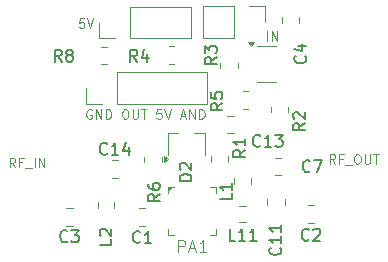
<source format=gbr>
%TF.GenerationSoftware,KiCad,Pcbnew,8.0.8*%
%TF.CreationDate,2025-02-12T11:28:01-05:00*%
%TF.ProjectId,pa-test-board,70612d74-6573-4742-9d62-6f6172642e6b,rev?*%
%TF.SameCoordinates,Original*%
%TF.FileFunction,Legend,Top*%
%TF.FilePolarity,Positive*%
%FSLAX46Y46*%
G04 Gerber Fmt 4.6, Leading zero omitted, Abs format (unit mm)*
G04 Created by KiCad (PCBNEW 8.0.8) date 2025-02-12 11:28:01*
%MOMM*%
%LPD*%
G01*
G04 APERTURE LIST*
%ADD10C,0.100000*%
%ADD11C,0.150000*%
%ADD12C,0.120000*%
%ADD13C,0.200000*%
G04 APERTURE END LIST*
D10*
X141437217Y-94596895D02*
X141056265Y-94596895D01*
X141056265Y-94596895D02*
X141018169Y-94977847D01*
X141018169Y-94977847D02*
X141056265Y-94939752D01*
X141056265Y-94939752D02*
X141132455Y-94901657D01*
X141132455Y-94901657D02*
X141322931Y-94901657D01*
X141322931Y-94901657D02*
X141399122Y-94939752D01*
X141399122Y-94939752D02*
X141437217Y-94977847D01*
X141437217Y-94977847D02*
X141475312Y-95054038D01*
X141475312Y-95054038D02*
X141475312Y-95244514D01*
X141475312Y-95244514D02*
X141437217Y-95320704D01*
X141437217Y-95320704D02*
X141399122Y-95358800D01*
X141399122Y-95358800D02*
X141322931Y-95396895D01*
X141322931Y-95396895D02*
X141132455Y-95396895D01*
X141132455Y-95396895D02*
X141056265Y-95358800D01*
X141056265Y-95358800D02*
X141018169Y-95320704D01*
X141703884Y-94596895D02*
X141970551Y-95396895D01*
X141970551Y-95396895D02*
X142237217Y-94596895D01*
X135613408Y-107196895D02*
X135346741Y-106815942D01*
X135156265Y-107196895D02*
X135156265Y-106396895D01*
X135156265Y-106396895D02*
X135461027Y-106396895D01*
X135461027Y-106396895D02*
X135537217Y-106434990D01*
X135537217Y-106434990D02*
X135575312Y-106473085D01*
X135575312Y-106473085D02*
X135613408Y-106549276D01*
X135613408Y-106549276D02*
X135613408Y-106663561D01*
X135613408Y-106663561D02*
X135575312Y-106739752D01*
X135575312Y-106739752D02*
X135537217Y-106777847D01*
X135537217Y-106777847D02*
X135461027Y-106815942D01*
X135461027Y-106815942D02*
X135156265Y-106815942D01*
X136222931Y-106777847D02*
X135956265Y-106777847D01*
X135956265Y-107196895D02*
X135956265Y-106396895D01*
X135956265Y-106396895D02*
X136337217Y-106396895D01*
X136451503Y-107273085D02*
X137061026Y-107273085D01*
X137251503Y-107196895D02*
X137251503Y-106396895D01*
X137632455Y-107196895D02*
X137632455Y-106396895D01*
X137632455Y-106396895D02*
X138089598Y-107196895D01*
X138089598Y-107196895D02*
X138089598Y-106396895D01*
X156956265Y-96496895D02*
X156956265Y-95696895D01*
X157337217Y-96496895D02*
X157337217Y-95696895D01*
X157337217Y-95696895D02*
X157794360Y-96496895D01*
X157794360Y-96496895D02*
X157794360Y-95696895D01*
X162713408Y-106896895D02*
X162446741Y-106515942D01*
X162256265Y-106896895D02*
X162256265Y-106096895D01*
X162256265Y-106096895D02*
X162561027Y-106096895D01*
X162561027Y-106096895D02*
X162637217Y-106134990D01*
X162637217Y-106134990D02*
X162675312Y-106173085D01*
X162675312Y-106173085D02*
X162713408Y-106249276D01*
X162713408Y-106249276D02*
X162713408Y-106363561D01*
X162713408Y-106363561D02*
X162675312Y-106439752D01*
X162675312Y-106439752D02*
X162637217Y-106477847D01*
X162637217Y-106477847D02*
X162561027Y-106515942D01*
X162561027Y-106515942D02*
X162256265Y-106515942D01*
X163322931Y-106477847D02*
X163056265Y-106477847D01*
X163056265Y-106896895D02*
X163056265Y-106096895D01*
X163056265Y-106096895D02*
X163437217Y-106096895D01*
X163551503Y-106973085D02*
X164161026Y-106973085D01*
X164503884Y-106096895D02*
X164656265Y-106096895D01*
X164656265Y-106096895D02*
X164732455Y-106134990D01*
X164732455Y-106134990D02*
X164808646Y-106211180D01*
X164808646Y-106211180D02*
X164846741Y-106363561D01*
X164846741Y-106363561D02*
X164846741Y-106630228D01*
X164846741Y-106630228D02*
X164808646Y-106782609D01*
X164808646Y-106782609D02*
X164732455Y-106858800D01*
X164732455Y-106858800D02*
X164656265Y-106896895D01*
X164656265Y-106896895D02*
X164503884Y-106896895D01*
X164503884Y-106896895D02*
X164427693Y-106858800D01*
X164427693Y-106858800D02*
X164351503Y-106782609D01*
X164351503Y-106782609D02*
X164313407Y-106630228D01*
X164313407Y-106630228D02*
X164313407Y-106363561D01*
X164313407Y-106363561D02*
X164351503Y-106211180D01*
X164351503Y-106211180D02*
X164427693Y-106134990D01*
X164427693Y-106134990D02*
X164503884Y-106096895D01*
X165189598Y-106096895D02*
X165189598Y-106744514D01*
X165189598Y-106744514D02*
X165227693Y-106820704D01*
X165227693Y-106820704D02*
X165265788Y-106858800D01*
X165265788Y-106858800D02*
X165341979Y-106896895D01*
X165341979Y-106896895D02*
X165494360Y-106896895D01*
X165494360Y-106896895D02*
X165570550Y-106858800D01*
X165570550Y-106858800D02*
X165608645Y-106820704D01*
X165608645Y-106820704D02*
X165646741Y-106744514D01*
X165646741Y-106744514D02*
X165646741Y-106096895D01*
X165913407Y-106096895D02*
X166370550Y-106096895D01*
X166141978Y-106896895D02*
X166141978Y-106096895D01*
X142075312Y-102334990D02*
X141999122Y-102296895D01*
X141999122Y-102296895D02*
X141884836Y-102296895D01*
X141884836Y-102296895D02*
X141770550Y-102334990D01*
X141770550Y-102334990D02*
X141694360Y-102411180D01*
X141694360Y-102411180D02*
X141656265Y-102487371D01*
X141656265Y-102487371D02*
X141618169Y-102639752D01*
X141618169Y-102639752D02*
X141618169Y-102754038D01*
X141618169Y-102754038D02*
X141656265Y-102906419D01*
X141656265Y-102906419D02*
X141694360Y-102982609D01*
X141694360Y-102982609D02*
X141770550Y-103058800D01*
X141770550Y-103058800D02*
X141884836Y-103096895D01*
X141884836Y-103096895D02*
X141961027Y-103096895D01*
X141961027Y-103096895D02*
X142075312Y-103058800D01*
X142075312Y-103058800D02*
X142113408Y-103020704D01*
X142113408Y-103020704D02*
X142113408Y-102754038D01*
X142113408Y-102754038D02*
X141961027Y-102754038D01*
X142456265Y-103096895D02*
X142456265Y-102296895D01*
X142456265Y-102296895D02*
X142913408Y-103096895D01*
X142913408Y-103096895D02*
X142913408Y-102296895D01*
X143294360Y-103096895D02*
X143294360Y-102296895D01*
X143294360Y-102296895D02*
X143484836Y-102296895D01*
X143484836Y-102296895D02*
X143599122Y-102334990D01*
X143599122Y-102334990D02*
X143675312Y-102411180D01*
X143675312Y-102411180D02*
X143713407Y-102487371D01*
X143713407Y-102487371D02*
X143751503Y-102639752D01*
X143751503Y-102639752D02*
X143751503Y-102754038D01*
X143751503Y-102754038D02*
X143713407Y-102906419D01*
X143713407Y-102906419D02*
X143675312Y-102982609D01*
X143675312Y-102982609D02*
X143599122Y-103058800D01*
X143599122Y-103058800D02*
X143484836Y-103096895D01*
X143484836Y-103096895D02*
X143294360Y-103096895D01*
X144856265Y-102296895D02*
X145008646Y-102296895D01*
X145008646Y-102296895D02*
X145084836Y-102334990D01*
X145084836Y-102334990D02*
X145161027Y-102411180D01*
X145161027Y-102411180D02*
X145199122Y-102563561D01*
X145199122Y-102563561D02*
X145199122Y-102830228D01*
X145199122Y-102830228D02*
X145161027Y-102982609D01*
X145161027Y-102982609D02*
X145084836Y-103058800D01*
X145084836Y-103058800D02*
X145008646Y-103096895D01*
X145008646Y-103096895D02*
X144856265Y-103096895D01*
X144856265Y-103096895D02*
X144780074Y-103058800D01*
X144780074Y-103058800D02*
X144703884Y-102982609D01*
X144703884Y-102982609D02*
X144665788Y-102830228D01*
X144665788Y-102830228D02*
X144665788Y-102563561D01*
X144665788Y-102563561D02*
X144703884Y-102411180D01*
X144703884Y-102411180D02*
X144780074Y-102334990D01*
X144780074Y-102334990D02*
X144856265Y-102296895D01*
X145541979Y-102296895D02*
X145541979Y-102944514D01*
X145541979Y-102944514D02*
X145580074Y-103020704D01*
X145580074Y-103020704D02*
X145618169Y-103058800D01*
X145618169Y-103058800D02*
X145694360Y-103096895D01*
X145694360Y-103096895D02*
X145846741Y-103096895D01*
X145846741Y-103096895D02*
X145922931Y-103058800D01*
X145922931Y-103058800D02*
X145961026Y-103020704D01*
X145961026Y-103020704D02*
X145999122Y-102944514D01*
X145999122Y-102944514D02*
X145999122Y-102296895D01*
X146265788Y-102296895D02*
X146722931Y-102296895D01*
X146494359Y-103096895D02*
X146494359Y-102296895D01*
X147980074Y-102296895D02*
X147599122Y-102296895D01*
X147599122Y-102296895D02*
X147561026Y-102677847D01*
X147561026Y-102677847D02*
X147599122Y-102639752D01*
X147599122Y-102639752D02*
X147675312Y-102601657D01*
X147675312Y-102601657D02*
X147865788Y-102601657D01*
X147865788Y-102601657D02*
X147941979Y-102639752D01*
X147941979Y-102639752D02*
X147980074Y-102677847D01*
X147980074Y-102677847D02*
X148018169Y-102754038D01*
X148018169Y-102754038D02*
X148018169Y-102944514D01*
X148018169Y-102944514D02*
X147980074Y-103020704D01*
X147980074Y-103020704D02*
X147941979Y-103058800D01*
X147941979Y-103058800D02*
X147865788Y-103096895D01*
X147865788Y-103096895D02*
X147675312Y-103096895D01*
X147675312Y-103096895D02*
X147599122Y-103058800D01*
X147599122Y-103058800D02*
X147561026Y-103020704D01*
X148246741Y-102296895D02*
X148513408Y-103096895D01*
X148513408Y-103096895D02*
X148780074Y-102296895D01*
X149618169Y-102868323D02*
X149999122Y-102868323D01*
X149541979Y-103096895D02*
X149808646Y-102296895D01*
X149808646Y-102296895D02*
X150075312Y-103096895D01*
X150341979Y-103096895D02*
X150341979Y-102296895D01*
X150341979Y-102296895D02*
X150799122Y-103096895D01*
X150799122Y-103096895D02*
X150799122Y-102296895D01*
X151180074Y-103096895D02*
X151180074Y-102296895D01*
X151180074Y-102296895D02*
X151370550Y-102296895D01*
X151370550Y-102296895D02*
X151484836Y-102334990D01*
X151484836Y-102334990D02*
X151561026Y-102411180D01*
X151561026Y-102411180D02*
X151599121Y-102487371D01*
X151599121Y-102487371D02*
X151637217Y-102639752D01*
X151637217Y-102639752D02*
X151637217Y-102754038D01*
X151637217Y-102754038D02*
X151599121Y-102906419D01*
X151599121Y-102906419D02*
X151561026Y-102982609D01*
X151561026Y-102982609D02*
X151484836Y-103058800D01*
X151484836Y-103058800D02*
X151370550Y-103096895D01*
X151370550Y-103096895D02*
X151180074Y-103096895D01*
D11*
X156357142Y-105359580D02*
X156309523Y-105407200D01*
X156309523Y-105407200D02*
X156166666Y-105454819D01*
X156166666Y-105454819D02*
X156071428Y-105454819D01*
X156071428Y-105454819D02*
X155928571Y-105407200D01*
X155928571Y-105407200D02*
X155833333Y-105311961D01*
X155833333Y-105311961D02*
X155785714Y-105216723D01*
X155785714Y-105216723D02*
X155738095Y-105026247D01*
X155738095Y-105026247D02*
X155738095Y-104883390D01*
X155738095Y-104883390D02*
X155785714Y-104692914D01*
X155785714Y-104692914D02*
X155833333Y-104597676D01*
X155833333Y-104597676D02*
X155928571Y-104502438D01*
X155928571Y-104502438D02*
X156071428Y-104454819D01*
X156071428Y-104454819D02*
X156166666Y-104454819D01*
X156166666Y-104454819D02*
X156309523Y-104502438D01*
X156309523Y-104502438D02*
X156357142Y-104550057D01*
X157309523Y-105454819D02*
X156738095Y-105454819D01*
X157023809Y-105454819D02*
X157023809Y-104454819D01*
X157023809Y-104454819D02*
X156928571Y-104597676D01*
X156928571Y-104597676D02*
X156833333Y-104692914D01*
X156833333Y-104692914D02*
X156738095Y-104740533D01*
X157642857Y-104454819D02*
X158261904Y-104454819D01*
X158261904Y-104454819D02*
X157928571Y-104835771D01*
X157928571Y-104835771D02*
X158071428Y-104835771D01*
X158071428Y-104835771D02*
X158166666Y-104883390D01*
X158166666Y-104883390D02*
X158214285Y-104931009D01*
X158214285Y-104931009D02*
X158261904Y-105026247D01*
X158261904Y-105026247D02*
X158261904Y-105264342D01*
X158261904Y-105264342D02*
X158214285Y-105359580D01*
X158214285Y-105359580D02*
X158166666Y-105407200D01*
X158166666Y-105407200D02*
X158071428Y-105454819D01*
X158071428Y-105454819D02*
X157785714Y-105454819D01*
X157785714Y-105454819D02*
X157690476Y-105407200D01*
X157690476Y-105407200D02*
X157642857Y-105359580D01*
X152654819Y-97866666D02*
X152178628Y-98199999D01*
X152654819Y-98438094D02*
X151654819Y-98438094D01*
X151654819Y-98438094D02*
X151654819Y-98057142D01*
X151654819Y-98057142D02*
X151702438Y-97961904D01*
X151702438Y-97961904D02*
X151750057Y-97914285D01*
X151750057Y-97914285D02*
X151845295Y-97866666D01*
X151845295Y-97866666D02*
X151988152Y-97866666D01*
X151988152Y-97866666D02*
X152083390Y-97914285D01*
X152083390Y-97914285D02*
X152131009Y-97961904D01*
X152131009Y-97961904D02*
X152178628Y-98057142D01*
X152178628Y-98057142D02*
X152178628Y-98438094D01*
X151654819Y-97533332D02*
X151654819Y-96914285D01*
X151654819Y-96914285D02*
X152035771Y-97247618D01*
X152035771Y-97247618D02*
X152035771Y-97104761D01*
X152035771Y-97104761D02*
X152083390Y-97009523D01*
X152083390Y-97009523D02*
X152131009Y-96961904D01*
X152131009Y-96961904D02*
X152226247Y-96914285D01*
X152226247Y-96914285D02*
X152464342Y-96914285D01*
X152464342Y-96914285D02*
X152559580Y-96961904D01*
X152559580Y-96961904D02*
X152607200Y-97009523D01*
X152607200Y-97009523D02*
X152654819Y-97104761D01*
X152654819Y-97104761D02*
X152654819Y-97390475D01*
X152654819Y-97390475D02*
X152607200Y-97485713D01*
X152607200Y-97485713D02*
X152559580Y-97533332D01*
X153154819Y-101766666D02*
X152678628Y-102099999D01*
X153154819Y-102338094D02*
X152154819Y-102338094D01*
X152154819Y-102338094D02*
X152154819Y-101957142D01*
X152154819Y-101957142D02*
X152202438Y-101861904D01*
X152202438Y-101861904D02*
X152250057Y-101814285D01*
X152250057Y-101814285D02*
X152345295Y-101766666D01*
X152345295Y-101766666D02*
X152488152Y-101766666D01*
X152488152Y-101766666D02*
X152583390Y-101814285D01*
X152583390Y-101814285D02*
X152631009Y-101861904D01*
X152631009Y-101861904D02*
X152678628Y-101957142D01*
X152678628Y-101957142D02*
X152678628Y-102338094D01*
X152154819Y-100861904D02*
X152154819Y-101338094D01*
X152154819Y-101338094D02*
X152631009Y-101385713D01*
X152631009Y-101385713D02*
X152583390Y-101338094D01*
X152583390Y-101338094D02*
X152535771Y-101242856D01*
X152535771Y-101242856D02*
X152535771Y-101004761D01*
X152535771Y-101004761D02*
X152583390Y-100909523D01*
X152583390Y-100909523D02*
X152631009Y-100861904D01*
X152631009Y-100861904D02*
X152726247Y-100814285D01*
X152726247Y-100814285D02*
X152964342Y-100814285D01*
X152964342Y-100814285D02*
X153059580Y-100861904D01*
X153059580Y-100861904D02*
X153107200Y-100909523D01*
X153107200Y-100909523D02*
X153154819Y-101004761D01*
X153154819Y-101004761D02*
X153154819Y-101242856D01*
X153154819Y-101242856D02*
X153107200Y-101338094D01*
X153107200Y-101338094D02*
X153059580Y-101385713D01*
X147854819Y-109466666D02*
X147378628Y-109799999D01*
X147854819Y-110038094D02*
X146854819Y-110038094D01*
X146854819Y-110038094D02*
X146854819Y-109657142D01*
X146854819Y-109657142D02*
X146902438Y-109561904D01*
X146902438Y-109561904D02*
X146950057Y-109514285D01*
X146950057Y-109514285D02*
X147045295Y-109466666D01*
X147045295Y-109466666D02*
X147188152Y-109466666D01*
X147188152Y-109466666D02*
X147283390Y-109514285D01*
X147283390Y-109514285D02*
X147331009Y-109561904D01*
X147331009Y-109561904D02*
X147378628Y-109657142D01*
X147378628Y-109657142D02*
X147378628Y-110038094D01*
X146854819Y-108609523D02*
X146854819Y-108799999D01*
X146854819Y-108799999D02*
X146902438Y-108895237D01*
X146902438Y-108895237D02*
X146950057Y-108942856D01*
X146950057Y-108942856D02*
X147092914Y-109038094D01*
X147092914Y-109038094D02*
X147283390Y-109085713D01*
X147283390Y-109085713D02*
X147664342Y-109085713D01*
X147664342Y-109085713D02*
X147759580Y-109038094D01*
X147759580Y-109038094D02*
X147807200Y-108990475D01*
X147807200Y-108990475D02*
X147854819Y-108895237D01*
X147854819Y-108895237D02*
X147854819Y-108704761D01*
X147854819Y-108704761D02*
X147807200Y-108609523D01*
X147807200Y-108609523D02*
X147759580Y-108561904D01*
X147759580Y-108561904D02*
X147664342Y-108514285D01*
X147664342Y-108514285D02*
X147426247Y-108514285D01*
X147426247Y-108514285D02*
X147331009Y-108561904D01*
X147331009Y-108561904D02*
X147283390Y-108609523D01*
X147283390Y-108609523D02*
X147235771Y-108704761D01*
X147235771Y-108704761D02*
X147235771Y-108895237D01*
X147235771Y-108895237D02*
X147283390Y-108990475D01*
X147283390Y-108990475D02*
X147331009Y-109038094D01*
X147331009Y-109038094D02*
X147426247Y-109085713D01*
X143754819Y-113266666D02*
X143754819Y-113742856D01*
X143754819Y-113742856D02*
X142754819Y-113742856D01*
X142850057Y-112980951D02*
X142802438Y-112933332D01*
X142802438Y-112933332D02*
X142754819Y-112838094D01*
X142754819Y-112838094D02*
X142754819Y-112599999D01*
X142754819Y-112599999D02*
X142802438Y-112504761D01*
X142802438Y-112504761D02*
X142850057Y-112457142D01*
X142850057Y-112457142D02*
X142945295Y-112409523D01*
X142945295Y-112409523D02*
X143040533Y-112409523D01*
X143040533Y-112409523D02*
X143183390Y-112457142D01*
X143183390Y-112457142D02*
X143754819Y-113028570D01*
X143754819Y-113028570D02*
X143754819Y-112409523D01*
X150532269Y-108338094D02*
X149532269Y-108338094D01*
X149532269Y-108338094D02*
X149532269Y-108099999D01*
X149532269Y-108099999D02*
X149579888Y-107957142D01*
X149579888Y-107957142D02*
X149675126Y-107861904D01*
X149675126Y-107861904D02*
X149770364Y-107814285D01*
X149770364Y-107814285D02*
X149960840Y-107766666D01*
X149960840Y-107766666D02*
X150103697Y-107766666D01*
X150103697Y-107766666D02*
X150294173Y-107814285D01*
X150294173Y-107814285D02*
X150389411Y-107861904D01*
X150389411Y-107861904D02*
X150484650Y-107957142D01*
X150484650Y-107957142D02*
X150532269Y-108099999D01*
X150532269Y-108099999D02*
X150532269Y-108338094D01*
X149627507Y-107385713D02*
X149579888Y-107338094D01*
X149579888Y-107338094D02*
X149532269Y-107242856D01*
X149532269Y-107242856D02*
X149532269Y-107004761D01*
X149532269Y-107004761D02*
X149579888Y-106909523D01*
X149579888Y-106909523D02*
X149627507Y-106861904D01*
X149627507Y-106861904D02*
X149722745Y-106814285D01*
X149722745Y-106814285D02*
X149817983Y-106814285D01*
X149817983Y-106814285D02*
X149960840Y-106861904D01*
X149960840Y-106861904D02*
X150532269Y-107433332D01*
X150532269Y-107433332D02*
X150532269Y-106814285D01*
X154234592Y-113404819D02*
X153758402Y-113404819D01*
X153758402Y-113404819D02*
X153758402Y-112404819D01*
X155091735Y-113404819D02*
X154520307Y-113404819D01*
X154806021Y-113404819D02*
X154806021Y-112404819D01*
X154806021Y-112404819D02*
X154710783Y-112547676D01*
X154710783Y-112547676D02*
X154615545Y-112642914D01*
X154615545Y-112642914D02*
X154520307Y-112690533D01*
X156044116Y-113404819D02*
X155472688Y-113404819D01*
X155758402Y-113404819D02*
X155758402Y-112404819D01*
X155758402Y-112404819D02*
X155663164Y-112547676D01*
X155663164Y-112547676D02*
X155567926Y-112642914D01*
X155567926Y-112642914D02*
X155472688Y-112690533D01*
X143397092Y-106029580D02*
X143349473Y-106077200D01*
X143349473Y-106077200D02*
X143206616Y-106124819D01*
X143206616Y-106124819D02*
X143111378Y-106124819D01*
X143111378Y-106124819D02*
X142968521Y-106077200D01*
X142968521Y-106077200D02*
X142873283Y-105981961D01*
X142873283Y-105981961D02*
X142825664Y-105886723D01*
X142825664Y-105886723D02*
X142778045Y-105696247D01*
X142778045Y-105696247D02*
X142778045Y-105553390D01*
X142778045Y-105553390D02*
X142825664Y-105362914D01*
X142825664Y-105362914D02*
X142873283Y-105267676D01*
X142873283Y-105267676D02*
X142968521Y-105172438D01*
X142968521Y-105172438D02*
X143111378Y-105124819D01*
X143111378Y-105124819D02*
X143206616Y-105124819D01*
X143206616Y-105124819D02*
X143349473Y-105172438D01*
X143349473Y-105172438D02*
X143397092Y-105220057D01*
X144349473Y-106124819D02*
X143778045Y-106124819D01*
X144063759Y-106124819D02*
X144063759Y-105124819D01*
X144063759Y-105124819D02*
X143968521Y-105267676D01*
X143968521Y-105267676D02*
X143873283Y-105362914D01*
X143873283Y-105362914D02*
X143778045Y-105410533D01*
X145206616Y-105458152D02*
X145206616Y-106124819D01*
X144968521Y-105077200D02*
X144730426Y-105791485D01*
X144730426Y-105791485D02*
X145349473Y-105791485D01*
X158037030Y-113992857D02*
X158084650Y-114040476D01*
X158084650Y-114040476D02*
X158132269Y-114183333D01*
X158132269Y-114183333D02*
X158132269Y-114278571D01*
X158132269Y-114278571D02*
X158084650Y-114421428D01*
X158084650Y-114421428D02*
X157989411Y-114516666D01*
X157989411Y-114516666D02*
X157894173Y-114564285D01*
X157894173Y-114564285D02*
X157703697Y-114611904D01*
X157703697Y-114611904D02*
X157560840Y-114611904D01*
X157560840Y-114611904D02*
X157370364Y-114564285D01*
X157370364Y-114564285D02*
X157275126Y-114516666D01*
X157275126Y-114516666D02*
X157179888Y-114421428D01*
X157179888Y-114421428D02*
X157132269Y-114278571D01*
X157132269Y-114278571D02*
X157132269Y-114183333D01*
X157132269Y-114183333D02*
X157179888Y-114040476D01*
X157179888Y-114040476D02*
X157227507Y-113992857D01*
X158132269Y-113040476D02*
X158132269Y-113611904D01*
X158132269Y-113326190D02*
X157132269Y-113326190D01*
X157132269Y-113326190D02*
X157275126Y-113421428D01*
X157275126Y-113421428D02*
X157370364Y-113516666D01*
X157370364Y-113516666D02*
X157417983Y-113611904D01*
X158132269Y-112088095D02*
X158132269Y-112659523D01*
X158132269Y-112373809D02*
X157132269Y-112373809D01*
X157132269Y-112373809D02*
X157275126Y-112469047D01*
X157275126Y-112469047D02*
X157370364Y-112564285D01*
X157370364Y-112564285D02*
X157417983Y-112659523D01*
X153932269Y-109416666D02*
X153932269Y-109892856D01*
X153932269Y-109892856D02*
X152932269Y-109892856D01*
X153932269Y-108559523D02*
X153932269Y-109130951D01*
X153932269Y-108845237D02*
X152932269Y-108845237D01*
X152932269Y-108845237D02*
X153075126Y-108940475D01*
X153075126Y-108940475D02*
X153170364Y-109035713D01*
X153170364Y-109035713D02*
X153217983Y-109130951D01*
X160473283Y-113309580D02*
X160425664Y-113357200D01*
X160425664Y-113357200D02*
X160282807Y-113404819D01*
X160282807Y-113404819D02*
X160187569Y-113404819D01*
X160187569Y-113404819D02*
X160044712Y-113357200D01*
X160044712Y-113357200D02*
X159949474Y-113261961D01*
X159949474Y-113261961D02*
X159901855Y-113166723D01*
X159901855Y-113166723D02*
X159854236Y-112976247D01*
X159854236Y-112976247D02*
X159854236Y-112833390D01*
X159854236Y-112833390D02*
X159901855Y-112642914D01*
X159901855Y-112642914D02*
X159949474Y-112547676D01*
X159949474Y-112547676D02*
X160044712Y-112452438D01*
X160044712Y-112452438D02*
X160187569Y-112404819D01*
X160187569Y-112404819D02*
X160282807Y-112404819D01*
X160282807Y-112404819D02*
X160425664Y-112452438D01*
X160425664Y-112452438D02*
X160473283Y-112500057D01*
X160854236Y-112500057D02*
X160901855Y-112452438D01*
X160901855Y-112452438D02*
X160997093Y-112404819D01*
X160997093Y-112404819D02*
X161235188Y-112404819D01*
X161235188Y-112404819D02*
X161330426Y-112452438D01*
X161330426Y-112452438D02*
X161378045Y-112500057D01*
X161378045Y-112500057D02*
X161425664Y-112595295D01*
X161425664Y-112595295D02*
X161425664Y-112690533D01*
X161425664Y-112690533D02*
X161378045Y-112833390D01*
X161378045Y-112833390D02*
X160806617Y-113404819D01*
X160806617Y-113404819D02*
X161425664Y-113404819D01*
X140033333Y-113439580D02*
X139985714Y-113487200D01*
X139985714Y-113487200D02*
X139842857Y-113534819D01*
X139842857Y-113534819D02*
X139747619Y-113534819D01*
X139747619Y-113534819D02*
X139604762Y-113487200D01*
X139604762Y-113487200D02*
X139509524Y-113391961D01*
X139509524Y-113391961D02*
X139461905Y-113296723D01*
X139461905Y-113296723D02*
X139414286Y-113106247D01*
X139414286Y-113106247D02*
X139414286Y-112963390D01*
X139414286Y-112963390D02*
X139461905Y-112772914D01*
X139461905Y-112772914D02*
X139509524Y-112677676D01*
X139509524Y-112677676D02*
X139604762Y-112582438D01*
X139604762Y-112582438D02*
X139747619Y-112534819D01*
X139747619Y-112534819D02*
X139842857Y-112534819D01*
X139842857Y-112534819D02*
X139985714Y-112582438D01*
X139985714Y-112582438D02*
X140033333Y-112630057D01*
X140366667Y-112534819D02*
X140985714Y-112534819D01*
X140985714Y-112534819D02*
X140652381Y-112915771D01*
X140652381Y-112915771D02*
X140795238Y-112915771D01*
X140795238Y-112915771D02*
X140890476Y-112963390D01*
X140890476Y-112963390D02*
X140938095Y-113011009D01*
X140938095Y-113011009D02*
X140985714Y-113106247D01*
X140985714Y-113106247D02*
X140985714Y-113344342D01*
X140985714Y-113344342D02*
X140938095Y-113439580D01*
X140938095Y-113439580D02*
X140890476Y-113487200D01*
X140890476Y-113487200D02*
X140795238Y-113534819D01*
X140795238Y-113534819D02*
X140509524Y-113534819D01*
X140509524Y-113534819D02*
X140414286Y-113487200D01*
X140414286Y-113487200D02*
X140366667Y-113439580D01*
X155082269Y-105716666D02*
X154606078Y-106049999D01*
X155082269Y-106288094D02*
X154082269Y-106288094D01*
X154082269Y-106288094D02*
X154082269Y-105907142D01*
X154082269Y-105907142D02*
X154129888Y-105811904D01*
X154129888Y-105811904D02*
X154177507Y-105764285D01*
X154177507Y-105764285D02*
X154272745Y-105716666D01*
X154272745Y-105716666D02*
X154415602Y-105716666D01*
X154415602Y-105716666D02*
X154510840Y-105764285D01*
X154510840Y-105764285D02*
X154558459Y-105811904D01*
X154558459Y-105811904D02*
X154606078Y-105907142D01*
X154606078Y-105907142D02*
X154606078Y-106288094D01*
X155082269Y-104764285D02*
X155082269Y-105335713D01*
X155082269Y-105049999D02*
X154082269Y-105049999D01*
X154082269Y-105049999D02*
X154225126Y-105145237D01*
X154225126Y-105145237D02*
X154320364Y-105240475D01*
X154320364Y-105240475D02*
X154367983Y-105335713D01*
X160560783Y-107509580D02*
X160513164Y-107557200D01*
X160513164Y-107557200D02*
X160370307Y-107604819D01*
X160370307Y-107604819D02*
X160275069Y-107604819D01*
X160275069Y-107604819D02*
X160132212Y-107557200D01*
X160132212Y-107557200D02*
X160036974Y-107461961D01*
X160036974Y-107461961D02*
X159989355Y-107366723D01*
X159989355Y-107366723D02*
X159941736Y-107176247D01*
X159941736Y-107176247D02*
X159941736Y-107033390D01*
X159941736Y-107033390D02*
X159989355Y-106842914D01*
X159989355Y-106842914D02*
X160036974Y-106747676D01*
X160036974Y-106747676D02*
X160132212Y-106652438D01*
X160132212Y-106652438D02*
X160275069Y-106604819D01*
X160275069Y-106604819D02*
X160370307Y-106604819D01*
X160370307Y-106604819D02*
X160513164Y-106652438D01*
X160513164Y-106652438D02*
X160560783Y-106700057D01*
X160894117Y-106604819D02*
X161560783Y-106604819D01*
X161560783Y-106604819D02*
X161132212Y-107604819D01*
X146195833Y-113509580D02*
X146148214Y-113557200D01*
X146148214Y-113557200D02*
X146005357Y-113604819D01*
X146005357Y-113604819D02*
X145910119Y-113604819D01*
X145910119Y-113604819D02*
X145767262Y-113557200D01*
X145767262Y-113557200D02*
X145672024Y-113461961D01*
X145672024Y-113461961D02*
X145624405Y-113366723D01*
X145624405Y-113366723D02*
X145576786Y-113176247D01*
X145576786Y-113176247D02*
X145576786Y-113033390D01*
X145576786Y-113033390D02*
X145624405Y-112842914D01*
X145624405Y-112842914D02*
X145672024Y-112747676D01*
X145672024Y-112747676D02*
X145767262Y-112652438D01*
X145767262Y-112652438D02*
X145910119Y-112604819D01*
X145910119Y-112604819D02*
X146005357Y-112604819D01*
X146005357Y-112604819D02*
X146148214Y-112652438D01*
X146148214Y-112652438D02*
X146195833Y-112700057D01*
X147148214Y-113604819D02*
X146576786Y-113604819D01*
X146862500Y-113604819D02*
X146862500Y-112604819D01*
X146862500Y-112604819D02*
X146767262Y-112747676D01*
X146767262Y-112747676D02*
X146672024Y-112842914D01*
X146672024Y-112842914D02*
X146576786Y-112890533D01*
X139533333Y-98254819D02*
X139200000Y-97778628D01*
X138961905Y-98254819D02*
X138961905Y-97254819D01*
X138961905Y-97254819D02*
X139342857Y-97254819D01*
X139342857Y-97254819D02*
X139438095Y-97302438D01*
X139438095Y-97302438D02*
X139485714Y-97350057D01*
X139485714Y-97350057D02*
X139533333Y-97445295D01*
X139533333Y-97445295D02*
X139533333Y-97588152D01*
X139533333Y-97588152D02*
X139485714Y-97683390D01*
X139485714Y-97683390D02*
X139438095Y-97731009D01*
X139438095Y-97731009D02*
X139342857Y-97778628D01*
X139342857Y-97778628D02*
X138961905Y-97778628D01*
X140104762Y-97683390D02*
X140009524Y-97635771D01*
X140009524Y-97635771D02*
X139961905Y-97588152D01*
X139961905Y-97588152D02*
X139914286Y-97492914D01*
X139914286Y-97492914D02*
X139914286Y-97445295D01*
X139914286Y-97445295D02*
X139961905Y-97350057D01*
X139961905Y-97350057D02*
X140009524Y-97302438D01*
X140009524Y-97302438D02*
X140104762Y-97254819D01*
X140104762Y-97254819D02*
X140295238Y-97254819D01*
X140295238Y-97254819D02*
X140390476Y-97302438D01*
X140390476Y-97302438D02*
X140438095Y-97350057D01*
X140438095Y-97350057D02*
X140485714Y-97445295D01*
X140485714Y-97445295D02*
X140485714Y-97492914D01*
X140485714Y-97492914D02*
X140438095Y-97588152D01*
X140438095Y-97588152D02*
X140390476Y-97635771D01*
X140390476Y-97635771D02*
X140295238Y-97683390D01*
X140295238Y-97683390D02*
X140104762Y-97683390D01*
X140104762Y-97683390D02*
X140009524Y-97731009D01*
X140009524Y-97731009D02*
X139961905Y-97778628D01*
X139961905Y-97778628D02*
X139914286Y-97873866D01*
X139914286Y-97873866D02*
X139914286Y-98064342D01*
X139914286Y-98064342D02*
X139961905Y-98159580D01*
X139961905Y-98159580D02*
X140009524Y-98207200D01*
X140009524Y-98207200D02*
X140104762Y-98254819D01*
X140104762Y-98254819D02*
X140295238Y-98254819D01*
X140295238Y-98254819D02*
X140390476Y-98207200D01*
X140390476Y-98207200D02*
X140438095Y-98159580D01*
X140438095Y-98159580D02*
X140485714Y-98064342D01*
X140485714Y-98064342D02*
X140485714Y-97873866D01*
X140485714Y-97873866D02*
X140438095Y-97778628D01*
X140438095Y-97778628D02*
X140390476Y-97731009D01*
X140390476Y-97731009D02*
X140295238Y-97683390D01*
D10*
X149420783Y-114357419D02*
X149420783Y-113357419D01*
X149420783Y-113357419D02*
X149801735Y-113357419D01*
X149801735Y-113357419D02*
X149896973Y-113405038D01*
X149896973Y-113405038D02*
X149944592Y-113452657D01*
X149944592Y-113452657D02*
X149992211Y-113547895D01*
X149992211Y-113547895D02*
X149992211Y-113690752D01*
X149992211Y-113690752D02*
X149944592Y-113785990D01*
X149944592Y-113785990D02*
X149896973Y-113833609D01*
X149896973Y-113833609D02*
X149801735Y-113881228D01*
X149801735Y-113881228D02*
X149420783Y-113881228D01*
X150373164Y-114071704D02*
X150849354Y-114071704D01*
X150277926Y-114357419D02*
X150611259Y-113357419D01*
X150611259Y-113357419D02*
X150944592Y-114357419D01*
X151801735Y-114357419D02*
X151230307Y-114357419D01*
X151516021Y-114357419D02*
X151516021Y-113357419D01*
X151516021Y-113357419D02*
X151420783Y-113500276D01*
X151420783Y-113500276D02*
X151325545Y-113595514D01*
X151325545Y-113595514D02*
X151230307Y-113643133D01*
D11*
X160154819Y-103466666D02*
X159678628Y-103799999D01*
X160154819Y-104038094D02*
X159154819Y-104038094D01*
X159154819Y-104038094D02*
X159154819Y-103657142D01*
X159154819Y-103657142D02*
X159202438Y-103561904D01*
X159202438Y-103561904D02*
X159250057Y-103514285D01*
X159250057Y-103514285D02*
X159345295Y-103466666D01*
X159345295Y-103466666D02*
X159488152Y-103466666D01*
X159488152Y-103466666D02*
X159583390Y-103514285D01*
X159583390Y-103514285D02*
X159631009Y-103561904D01*
X159631009Y-103561904D02*
X159678628Y-103657142D01*
X159678628Y-103657142D02*
X159678628Y-104038094D01*
X159250057Y-103085713D02*
X159202438Y-103038094D01*
X159202438Y-103038094D02*
X159154819Y-102942856D01*
X159154819Y-102942856D02*
X159154819Y-102704761D01*
X159154819Y-102704761D02*
X159202438Y-102609523D01*
X159202438Y-102609523D02*
X159250057Y-102561904D01*
X159250057Y-102561904D02*
X159345295Y-102514285D01*
X159345295Y-102514285D02*
X159440533Y-102514285D01*
X159440533Y-102514285D02*
X159583390Y-102561904D01*
X159583390Y-102561904D02*
X160154819Y-103133332D01*
X160154819Y-103133332D02*
X160154819Y-102514285D01*
X160159580Y-97766666D02*
X160207200Y-97814285D01*
X160207200Y-97814285D02*
X160254819Y-97957142D01*
X160254819Y-97957142D02*
X160254819Y-98052380D01*
X160254819Y-98052380D02*
X160207200Y-98195237D01*
X160207200Y-98195237D02*
X160111961Y-98290475D01*
X160111961Y-98290475D02*
X160016723Y-98338094D01*
X160016723Y-98338094D02*
X159826247Y-98385713D01*
X159826247Y-98385713D02*
X159683390Y-98385713D01*
X159683390Y-98385713D02*
X159492914Y-98338094D01*
X159492914Y-98338094D02*
X159397676Y-98290475D01*
X159397676Y-98290475D02*
X159302438Y-98195237D01*
X159302438Y-98195237D02*
X159254819Y-98052380D01*
X159254819Y-98052380D02*
X159254819Y-97957142D01*
X159254819Y-97957142D02*
X159302438Y-97814285D01*
X159302438Y-97814285D02*
X159350057Y-97766666D01*
X159588152Y-96909523D02*
X160254819Y-96909523D01*
X159207200Y-97147618D02*
X159921485Y-97385713D01*
X159921485Y-97385713D02*
X159921485Y-96766666D01*
X145933333Y-98254819D02*
X145600000Y-97778628D01*
X145361905Y-98254819D02*
X145361905Y-97254819D01*
X145361905Y-97254819D02*
X145742857Y-97254819D01*
X145742857Y-97254819D02*
X145838095Y-97302438D01*
X145838095Y-97302438D02*
X145885714Y-97350057D01*
X145885714Y-97350057D02*
X145933333Y-97445295D01*
X145933333Y-97445295D02*
X145933333Y-97588152D01*
X145933333Y-97588152D02*
X145885714Y-97683390D01*
X145885714Y-97683390D02*
X145838095Y-97731009D01*
X145838095Y-97731009D02*
X145742857Y-97778628D01*
X145742857Y-97778628D02*
X145361905Y-97778628D01*
X146790476Y-97588152D02*
X146790476Y-98254819D01*
X146552381Y-97207200D02*
X146314286Y-97921485D01*
X146314286Y-97921485D02*
X146933333Y-97921485D01*
D12*
%TO.C,C13*%
X154101202Y-102815000D02*
X153578698Y-102815000D01*
X154101202Y-104285000D02*
X153578698Y-104285000D01*
%TO.C,R3*%
X152965000Y-98827064D02*
X152965000Y-98372936D01*
X154435000Y-98827064D02*
X154435000Y-98372936D01*
%TO.C,R5*%
X154872936Y-100765000D02*
X155327064Y-100765000D01*
X154872936Y-102235000D02*
X155327064Y-102235000D01*
%TO.C,R6*%
X146542450Y-106322936D02*
X146542450Y-106777064D01*
X148012450Y-106322936D02*
X148012450Y-106777064D01*
%TO.C,J1*%
X142720000Y-96280000D02*
X142720000Y-94950000D01*
X144050000Y-96280000D02*
X142720000Y-96280000D01*
X145320000Y-93620000D02*
X150460000Y-93620000D01*
X145320000Y-96280000D02*
X145320000Y-93620000D01*
X145320000Y-96280000D02*
X150460000Y-96280000D01*
X150460000Y-96280000D02*
X150460000Y-93620000D01*
%TO.C,L2*%
X142590000Y-110686252D02*
X142590000Y-110163748D01*
X144010000Y-110686252D02*
X144010000Y-110163748D01*
%TO.C,D2*%
X148537450Y-104280000D02*
X148537450Y-106130000D01*
X148537450Y-104280000D02*
X149427450Y-104280000D01*
X150767450Y-104295000D02*
X151657450Y-104295000D01*
X151657450Y-104295000D02*
X151657450Y-106145000D01*
X148527450Y-106520000D02*
X148197450Y-106760000D01*
X148197450Y-106280000D01*
X148527450Y-106520000D01*
G36*
X148527450Y-106520000D02*
G01*
X148197450Y-106760000D01*
X148197450Y-106280000D01*
X148527450Y-106520000D01*
G37*
%TO.C,L11*%
X154591198Y-110440000D02*
X155113702Y-110440000D01*
X154591198Y-111860000D02*
X155113702Y-111860000D01*
%TO.C,C14*%
X143778698Y-106615000D02*
X144301202Y-106615000D01*
X143778698Y-108085000D02*
X144301202Y-108085000D01*
%TO.C,C11*%
X156942450Y-109851248D02*
X156942450Y-110373752D01*
X158412450Y-109851248D02*
X158412450Y-110373752D01*
%TO.C,L1*%
X154167450Y-108063748D02*
X154167450Y-108586252D01*
X155587450Y-108063748D02*
X155587450Y-108586252D01*
%TO.C,C2*%
X160901202Y-110415000D02*
X160378698Y-110415000D01*
X160901202Y-111885000D02*
X160378698Y-111885000D01*
%TO.C,C3*%
X140461252Y-110665000D02*
X139938748Y-110665000D01*
X140461252Y-112135000D02*
X139938748Y-112135000D01*
%TO.C,J4*%
X141602550Y-101830000D02*
X141602550Y-100500000D01*
X142932550Y-101830000D02*
X141602550Y-101830000D01*
X144202550Y-99170000D02*
X151882550Y-99170000D01*
X144202550Y-101830000D02*
X144202550Y-99170000D01*
X144202550Y-101830000D02*
X151882550Y-101830000D01*
X151882550Y-101830000D02*
X151882550Y-99170000D01*
%TO.C,R1*%
X152167450Y-106263748D02*
X152167450Y-106786252D01*
X153587450Y-106263748D02*
X153587450Y-106786252D01*
%TO.C,J5*%
X151530000Y-93570000D02*
X151530000Y-96230000D01*
X154130000Y-93570000D02*
X151530000Y-93570000D01*
X154130000Y-93570000D02*
X154130000Y-96230000D01*
X154130000Y-96230000D02*
X151530000Y-96230000D01*
X155400000Y-93570000D02*
X156730000Y-93570000D01*
X156730000Y-93570000D02*
X156730000Y-94900000D01*
%TO.C,C7*%
X157578698Y-106415000D02*
X158101202Y-106415000D01*
X157578698Y-107885000D02*
X158101202Y-107885000D01*
%TO.C,U1*%
X156862500Y-96890000D02*
X156062500Y-96890000D01*
X156862500Y-96890000D02*
X157662500Y-96890000D01*
X156862500Y-100010000D02*
X156062500Y-100010000D01*
X156862500Y-100010000D02*
X157662500Y-100010000D01*
X155562500Y-96940000D02*
X155322500Y-96610000D01*
X155802500Y-96610000D01*
X155562500Y-96940000D01*
G36*
X155562500Y-96940000D02*
G01*
X155322500Y-96610000D01*
X155802500Y-96610000D01*
X155562500Y-96940000D01*
G37*
%TO.C,C1*%
X146623752Y-110665000D02*
X146101248Y-110665000D01*
X146623752Y-112135000D02*
X146101248Y-112135000D01*
%TO.C,R8*%
X142902936Y-97015000D02*
X143357064Y-97015000D01*
X142902936Y-98485000D02*
X143357064Y-98485000D01*
D10*
%TO.C,PA1*%
X148587450Y-108900000D02*
X148587450Y-109400000D01*
X148587450Y-108900000D02*
X149087450Y-108900000D01*
X148587450Y-112900000D02*
X148587450Y-112400000D01*
X148587450Y-112900000D02*
X149087450Y-112900000D01*
X152587450Y-108900000D02*
X152087450Y-108900000D01*
X152587450Y-108900000D02*
X152587450Y-109400000D01*
X152587450Y-112900000D02*
X152087450Y-112900000D01*
X152587450Y-112900000D02*
X152587450Y-112400000D01*
D13*
X148787450Y-109000000D02*
G75*
G02*
X148587450Y-109000000I-100000J0D01*
G01*
X148587450Y-109000000D02*
G75*
G02*
X148787450Y-109000000I100000J0D01*
G01*
D12*
%TO.C,R2*%
X157265000Y-102527064D02*
X157265000Y-102072936D01*
X158735000Y-102527064D02*
X158735000Y-102072936D01*
%TO.C,C4*%
X158165000Y-94998752D02*
X158165000Y-94476248D01*
X159635000Y-94998752D02*
X159635000Y-94476248D01*
%TO.C,R4*%
X148625486Y-96965000D02*
X149079614Y-96965000D01*
X148625486Y-98435000D02*
X149079614Y-98435000D01*
%TD*%
M02*

</source>
